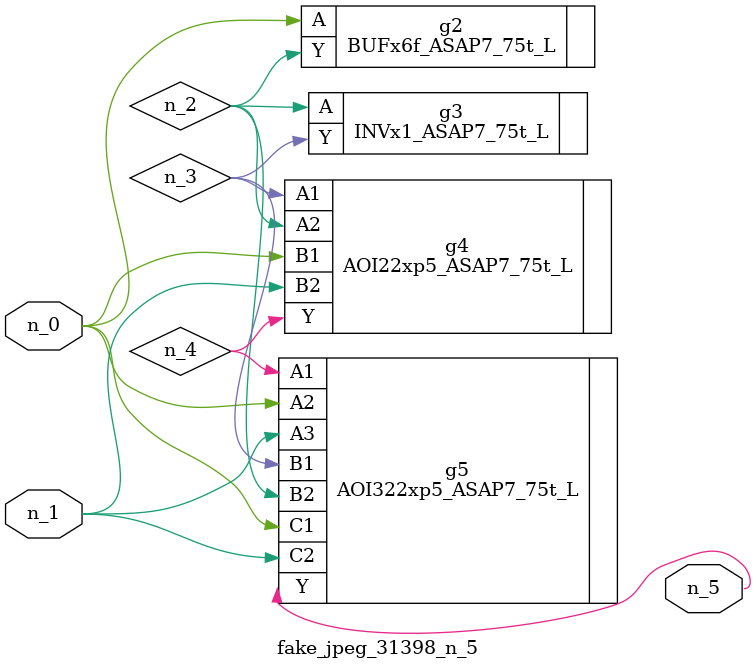
<source format=v>
module fake_jpeg_31398_n_5 (n_0, n_1, n_5);

input n_0;
input n_1;

output n_5;

wire n_3;
wire n_2;
wire n_4;

BUFx6f_ASAP7_75t_L g2 ( 
.A(n_0),
.Y(n_2)
);

INVx1_ASAP7_75t_L g3 ( 
.A(n_2),
.Y(n_3)
);

AOI22xp5_ASAP7_75t_L g4 ( 
.A1(n_3),
.A2(n_2),
.B1(n_0),
.B2(n_1),
.Y(n_4)
);

AOI322xp5_ASAP7_75t_L g5 ( 
.A1(n_4),
.A2(n_0),
.A3(n_1),
.B1(n_3),
.B2(n_2),
.C1(n_0),
.C2(n_1),
.Y(n_5)
);


endmodule
</source>
